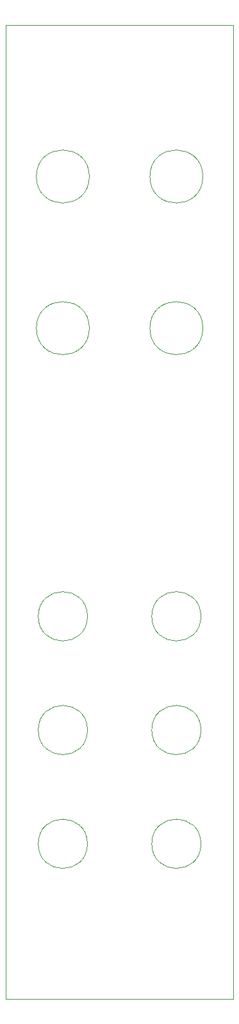
<source format=gbr>
%TF.GenerationSoftware,KiCad,Pcbnew,7.0.2-0*%
%TF.CreationDate,2024-05-25T15:48:21+01:00*%
%TF.ProjectId,dual-vca-panel,6475616c-2d76-4636-912d-70616e656c2e,rev?*%
%TF.SameCoordinates,Original*%
%TF.FileFunction,Profile,NP*%
%FSLAX46Y46*%
G04 Gerber Fmt 4.6, Leading zero omitted, Abs format (unit mm)*
G04 Created by KiCad (PCBNEW 7.0.2-0) date 2024-05-25 15:48:21*
%MOMM*%
%LPD*%
G01*
G04 APERTURE LIST*
%TA.AperFunction,Profile*%
%ADD10C,0.100000*%
%TD*%
%TA.AperFunction,Profile*%
%ADD11C,0.050000*%
%TD*%
G04 APERTURE END LIST*
D10*
X105000000Y-166000000D02*
X75000000Y-166000000D01*
D11*
X86000000Y-77500000D02*
G75*
G03*
X86000000Y-77500000I-3500000J0D01*
G01*
X100750000Y-145500000D02*
G75*
G03*
X100750000Y-145500000I-3250000J0D01*
G01*
X101000000Y-77500000D02*
G75*
G03*
X101000000Y-77500000I-3500000J0D01*
G01*
X86000000Y-57500000D02*
G75*
G03*
X86000000Y-57500000I-3500000J0D01*
G01*
X85750000Y-130500000D02*
G75*
G03*
X85750000Y-130500000I-3250000J0D01*
G01*
X101000000Y-57500000D02*
G75*
G03*
X101000000Y-57500000I-3500000J0D01*
G01*
D10*
X105000000Y-37500000D02*
X105000000Y-166000000D01*
D11*
X85750000Y-145500000D02*
G75*
G03*
X85750000Y-145500000I-3250000J0D01*
G01*
X100750000Y-130500000D02*
G75*
G03*
X100750000Y-130500000I-3250000J0D01*
G01*
D10*
X75000000Y-37500000D02*
X105000000Y-37500000D01*
D11*
X100750000Y-115500000D02*
G75*
G03*
X100750000Y-115500000I-3250000J0D01*
G01*
X85750000Y-115500000D02*
G75*
G03*
X85750000Y-115500000I-3250000J0D01*
G01*
D10*
X75000000Y-166000000D02*
X75000000Y-37500000D01*
M02*

</source>
